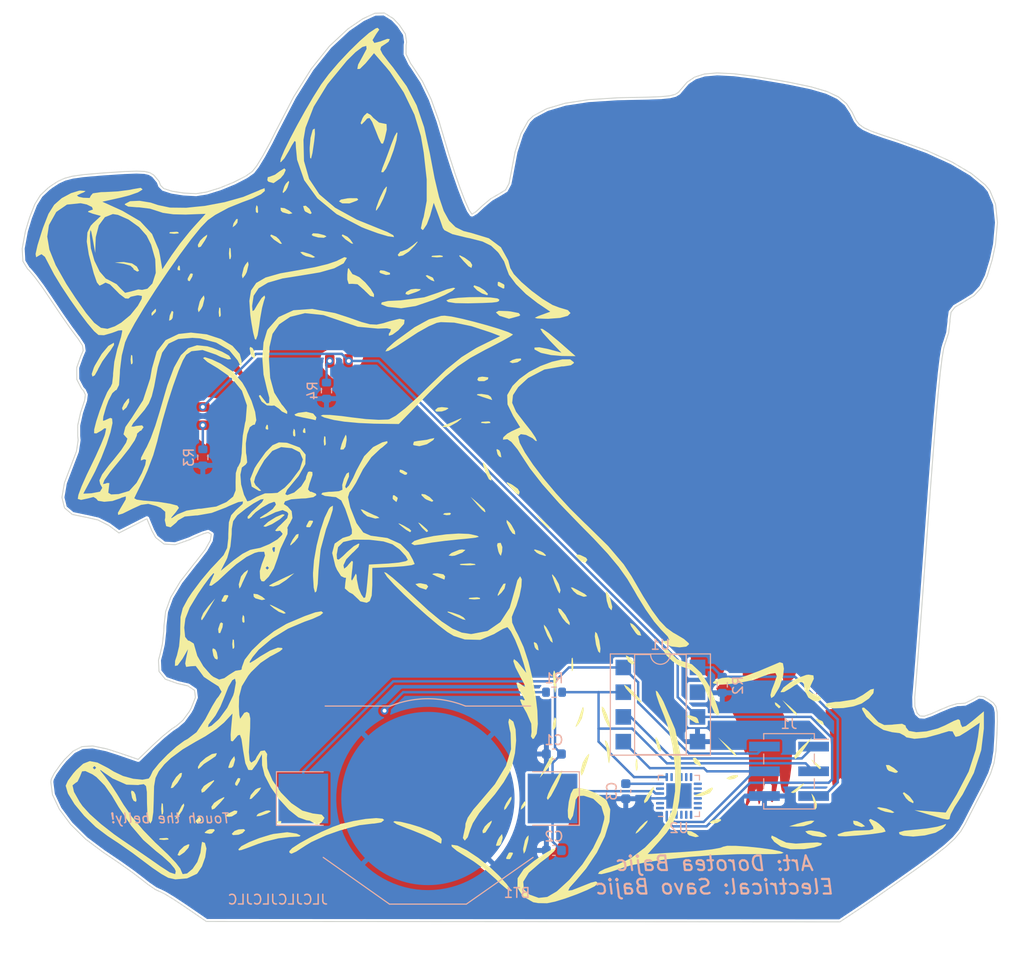
<source format=kicad_pcb>
(kicad_pcb (version 20211014) (generator pcbnew)
  (title_block (date "2022-03-20") (rev "2"))
  (layers (0 "F.Cu" signal) (31 "B.Cu" signal) (34 "B.Paste" user) (35 "F.Paste" user) (36 "B.SilkS" user "B.Silkscreen") (37 "F.SilkS" user "F.Silkscreen") (38 "B.Mask" user) (39 "F.Mask" user) (44 "Edge.Cuts" user))
  (net 0 "")
  (net 1 "VCC")
  (net 2 "GND")
  (net 3 "/V_{REF}")
  (net 4 "Net-(D1-Pad1)")
  (net 5 "/LED")
  (net 6 "Net-(D2-Pad1)")
  (net 7 "/MISO")
  (net 8 "/SENSE")
  (net 9 "/MOSI")
  (net 10 "/RESET")
  (net 11 "/PAD")
  (footprint "Diode_SMD:D_0805_2012Metric" (layer "F.Cu") (at 98.298 79.3265 90)
    (fp_text reference "D1")
    (fp_text value "RED")
  )
  (footprint "raccoon-art:outline" (layer "F.Cu") (at 129.794 81.534)
    (fp_text reference "G***" hide)
    (fp_text value "LOGO" hide)
    (fp_poly (pts (xy -11.928932 -43.048743) (xy -11.306227 -42.383493) (xy -10.693586 -41.465687) (xy -10.570003 -40.632504) (xy -10.620479 -40.324536) (xy -10.626537 -39.398593) (xy -10.15035 -38.431164) (xy -9.981605 -38.197103) (xy -8.939117 -36.605582) (xy -8.052938 -34.771667) (xy -7.244273 -32.517844) (xy -6.806653 -31.04438) (xy -6.242215 -29.132137) (xy -5.650789 -27.290939) (xy -5.075091 -25.637435) (xy -4.55784 -24.288276) (xy -4.141753 -23.360109) (xy -3.869547 -22.969586) (xy -3.847736 -22.964383) (xy -3.463275 -23.193731) (xy -2.861956 -23.751357) (xy -2.809844 -23.80627) (xy -1.92684 -24.546972) (xy -1.053473 -25.048063) (xy -0.407665 -25.443992) (xy -0.052273 -26.0963) (xy 0.126043 -27.009677) (xy 0.56896 -29.357361) (xy 1.175712 -31.231084) (xy 1.914695 -32.54759) (xy 2.415392 -33.040393) (xy 3.830996 -33.795526) (xy 5.707391 -34.350566) (xy 8.109457 -34.718003) (xy 11.102076 -34.910328) (xy 12.273375 -34.938166) (xy 14.195927 -34.974266) (xy 15.543494 -35.026503) (xy 16.436975 -35.113864) (xy 16.99727 -35.255335) (xy 17.345279 -35.469903) (xy 17.600661 -35.774782) (xy 18.236003 -36.513746) (xy 19.011035 -37.038489) (xy 20.010984 -37.354543) (xy 21.321076 -37.467443) (xy 23.026536 -37.382719) (xy 25.212593 -37.105907) (xy 27.964471 -36.642539) (xy 28.748888 -36.498559) (xy 30.971943 -36.034951) (xy 32.613805 -35.553817) (xy 33.788015 -34.997546) (xy 34.608114 -34.308528) (xy 35.187645 -33.429152) (xy 35.309627 -33.169693) (xy 35.584276 -32.605242) (xy 35.909679 -32.179116) (xy 36.410946 -31.820642) (xy 37.213187 -31.459145) (xy 38.441513 -31.023952) (xy 40.018724 -30.509564) (xy 42.929984 -29.45647) (xy 45.424432 -28.31986) (xy 47.423315 -27.143028) (xy 48.847882 -25.969269) (xy 49.321233 -25.395543) (xy 49.911889 -23.97739) (xy 50.107822 -22.089682) (xy 49.905422 -19.838449) (xy 49.564494 -18.25324) (xy 49.052706 -16.576869) (xy 48.473679 -15.415158) (xy 47.705828 -14.589001) (xy 46.627563 -13.919294) (xy 46.619569 -13.915212) (xy 45.744509 -13.401099) (xy 45.341292 -12.882009) (xy 45.232681 -12.102051) (xy 45.230733 -11.910052) (xy 45.089922 -10.746131) (xy 44.751653 -9.699362) (xy 44.729001 -9.654616) (xy 44.583332 -9.155896) (xy 44.419767 -8.167346) (xy 44.235382 -6.658481) (xy 44.027254 -4.598817) (xy 43.792458 -1.957869) (xy 43.528071 1.294847) (xy 43.231168 5.189815) (xy 42.993491 8.438535) (xy 42.745389 11.859064) (xy 42.5079 15.096436) (xy 42.286487 18.078741) (xy 42.086612 20.734065) (xy 41.913738 22.990498) (xy 41.773327 24.776127) (xy 41.670841 26.019042) (xy 41.611742 26.64733) (xy 41.608258 26.674853) (xy 41.624325 27.623603) (xy 41.867145 28.324202) (xy 42.163144 28.602326) (xy 42.58315 28.62914) (xy 43.307881 28.379342) (xy 44.135848 28.006549) (xy 45.181522 27.571548) (xy 45.980612 27.333719) (xy 46.300678 27.32851) (xy 46.777277 27.290955) (xy 47.484693 26.940197) (xy 48.160737 26.570816) (xy 48.689671 26.617314) (xy 49.267748 26.955708) (xy 49.70084 27.274574) (xy 49.959821 27.643266) (xy 50.080104 28.225578) (xy 50.097107 29.185301) (xy 50.050625 30.576406) (xy 49.949304 32.214788) (xy 49.753928 33.440196) (xy 49.395968 34.535078) (xy 48.806896 35.781883) (xy 48.770497 35.852599) (xy 48.040178 37.270825) (xy 47.299682 38.713355) (xy 46.783901 39.721829) (xy 46.329557 40.478139) (xy 45.708305 41.218952) (xy 44.814071 42.042289) (xy 43.540784 43.046169) (xy 41.8545 44.277071) (xy 40.192532 45.458805) (xy 38.548585 46.616125) (xy 37.093773 47.629303) (xy 35.999208 48.378609) (xy 35.843001 48.483324) (xy 33.933947 49.756164) (xy 1.396425 49.735904) (xy -31.141096 49.715644) (xy -33.397951 48.170151) (xy -34.502399 47.439758) (xy -35.397442 46.895557) (xy -35.921662 46.634477) (xy -35.971705 46.624658) (xy -36.400338 46.419898) (xy -37.156273 45.89495) (xy -37.716219 45.45552) (xy -38.707999 44.69674) (xy -40.033181 43.752858) (xy -41.434276 42.806347) (xy -41.683125 42.644306) (xy -43.536619 41.257622) (xy -45.079286 39.73331) (xy -46.237289 38.175441) (xy -46.936795 36.688084) (xy -47.103969 35.37531) (xy -47.051627 35.077394) (xy -46.749106 34.48823) (xy -46.138694 33.625479) (xy -45.692831 33.076709) (xy -44.809268 32.209248) (xy -43.899589 31.751857) (xy -42.803556 31.683852) (xy -41.360929 31.984551) (xy -40.172431 32.364148) (xy -38.13455 33.065281) (xy -36.551522 31.534505) (xy -35.581279 30.652049) (xy -34.689603 29.934303) (xy -34.186753 29.603929) (xy -33.545906 29.050418) (xy -32.8816 28.145256) (xy -32.687387 27.797468) (xy -32.255485 26.697893) (xy -32.347314 25.972873) (xy -33.021549 25.518291) (xy -34.115265 25.263726) (xy -35.350726 24.828836) (xy -35.998619 24.022681) (xy -36.049802 22.860888) (xy -35.881849 22.243694) (xy -35.645002 21.205501) (xy -35.503457 19.894195) (xy -35.48622 19.346024) (xy -35.319915 17.880633) (xy -34.785538 16.406822) (xy -33.819244 14.796293) (xy -32.357185 12.92075) (xy -32.191752 12.725965) (xy -31.253894 11.509324) (xy -30.721748 10.556007) (xy -30.626781 9.942102) (xy -30.957815 9.742466) (xy -31.448492 9.884485) (xy -32.313209 10.245382) (xy -32.828609 10.486845) (xy -34.327342 11.009957) (xy -35.486477 10.939542) (xy -36.344252 10.266459) (xy -36.737432 9.552244) (xy -37.242706 8.342954) (xy -38.674911 9.073611) (xy -40.107116 9.804267) (xy -41.156474 9.028443) (xy -42.272793 8.464439) (xy -43.527728 8.178382) (xy -43.572091 8.17553) (xy -44.902206 7.89804) (xy -45.697351 7.231689) (xy -45.963726 6.154881) (xy -45.707531 4.646017) (xy -45.066602 2.969969) (xy -44.474971 1.416581) (xy -44.297803 0.259091) (xy -44.34133 -0.152542) (xy -44.344429 -1.24878) (xy -44.044792 -2.594183) (xy -43.964839 -2.829276) (xy -43.633838 -3.822965) (xy -43.559558 -4.403112) (xy -43.741272 -4.80269) (xy -43.95794 -5.037783) (xy -44.439194 -5.9718) (xy -44.448448 -7.184662) (xy -44.035553 -8.342045) (xy -43.781525 -8.935907) (xy -43.853794 -9.456079) (xy -44.312545 -10.162434) (xy -44.519033 -10.429717) (xy -45.162813 -11.302119) (xy -46.022098 -12.532857) (xy -46.938263 -13.893502) (xy -47.182794 -14.265753) (xy -48.018712 -15.49436) (xy -48.783941 -16.528032) (xy -49.353608 -17.201299) (xy -49.495205 -17.330004) (xy -49.973021 -18.114688) (xy -50.043927 -19.42618) (xy -49.709367 -21.227807) (xy -49.287729 -22.607703) (xy -48.752078 -23.974312) (xy -48.175452 -24.903606) (xy -47.389959 -25.642491) (xy -47.059777 -25.884173) (xy -46.380846 -26.325466) (xy -45.715318 -26.63527) (xy -44.90246 -26.851088) (xy -43.781537 -27.010418) (xy -42.191815 -27.150764) (xy -41.372081 -27.211176) (xy -39.558524 -27.330651) (xy -38.305132 -27.377274) (xy -37.479227 -27.343275) (xy -36.948133 -27.220887) (xy -36.579175 -27.002341) (xy -36.489545 -26.925299) (xy -35.988341 -26.318207) (xy -35.838356 -25.913517) (xy -35.518738 -25.592385) (xy -34.673152 -25.316164) (xy -33.471504 -25.124663) (xy -32.184931 -25.057495) (xy -31.129742 -25.222667) (xy -29.747656 -25.652009) (xy -28.302054 -26.241134) (xy -27.056319 -26.885657) (xy -26.405622 -27.348013) (xy -25.957431 -27.927541) (xy -25.316327 -28.978293) (xy -24.576716 -30.337687) (xy -24.001123 -31.489041) (xy -22.166817 -35.013706) (xy -20.348746 -37.901843) (xy -18.503011 -40.210212) (xy -16.585717 -41.995572) (xy -15.082805 -43.020577) (xy -13.834828 -43.598791) (xy -12.848576 -43.619151)) (layer "Edge.Cuts") (width 0.1) (fill none))
  )
  (footprint "raccoon-art:copper" (layer "F.Cu") (at 129.794 81.534)
    (fp_text reference "G***" hide)
    (fp_text value "LOGO" hide)
  )
  (footprint "Diode_SMD:D_0805_2012Metric" (layer "F.Cu") (at 112.268 73.66)
    (fp_text reference "D2")
    (fp_text value "RED")
  )
  (footprint "raccoon-art:copper openings" (layer "F.Cu") (at 129.794 81.534)
    (fp_text reference "G***" hide)
    (fp_text value "LOGO" hide)
  )
  (footprint "raccoon-art:silkscreen" (layer "F.Cu") (at 129.794 81.534)
    (fp_text reference "G***" hide)
    (fp_text value "LOGO" hide)
  )
  (footprint "raccoon-art:tummy" (layer "F.Cu") (at 129.794 81.534)
    (fp_text reference "TP1")
    (fp_text value "TUMMY" hide)
  )
  (footprint "Package_DFN_QFN:QFN-24-1EP_4x4mm_P0.5mm_EP2.6x2.6mm" (layer "B.Cu") (at 147.189906 118.353512)
    (fp_text reference "U2")
    (fp_text value "ATtiny1617-M")
  )
  (footprint "Package_DIP:DIP-8_W7.62mm_SMDSocket_SmallPads" (layer "B.Cu") (at 145.288 108.966 180)
    (fp_text reference "U1")
    (fp_text value "ATtiny85-20P")
  )
  (footprint "Resistor_SMD:R_0603_1608Metric" (layer "B.Cu") (at 151.638 106.934 -90)
    (fp_text reference "R2")
    (fp_text value "10k")
  )
  (footprint "Connector_PinHeader_2.54mm:PinHeader_2x03_P2.54mm_Vertical_SMD" (layer "B.Cu") (at 158.496 115.824 180)
    (fp_text reference "J1")
    (fp_text value "AVR-ISP-6")
  )
  (footprint "Resistor_SMD:R_0603_1608Metric" (layer "B.Cu") (at 98.298 83.566 -90)
    (fp_text reference "R3")
    (fp_text value "330")
  )
  (footprint "Capacitor_SMD:C_0603_1608Metric" (layer "B.Cu") (at 134.353 123.952 180)
    (fp_text reference "C2")
    (fp_text value "100n")
  )
  (footprint "Capacitor_SMD:C_0603_1608Metric" (layer "B.Cu") (at 141.732 117.869 -90)
    (fp_text reference "C3")
    (fp_text value "100n")
  )
  (footprint "Resistor_SMD:R_0603_1608Metric" (layer "B.Cu") (at 110.998 76.708 -90)
    (fp_text reference "R4")
    (fp_text value "330")
  )
  (footprint "Resistor_SMD:R_0603_1608Metric" (layer "B.Cu") (at 134.366 107.696 180)
    (fp_text reference "R1")
    (fp_text value "10k")
  )
  (footprint "Capacitor_SMD:C_0603_1608Metric" (layer "B.Cu") (at 134.353 114.046 180)
    (fp_text reference "C1")
    (fp_text value "1u")
  )
  (footprint "Battery:BatteryHolder_Keystone_3002_1x2032" (layer "B.Cu") (at 121.412 118.618 180)
    (fp_text reference "BT1")
    (fp_text value "CR2032")
  )
  (gr_text "Touch the belly!" (at 94.996 120.65) (layer "B.SilkS") (effects (font (size 1 1) (thickness 0.15) italic) (justify mirror)))
  (gr_text "Art: Dorotea Bajic\nElectrical: Savo Bajic" (at 150.876 126.492) (layer "B.SilkS") (effects (font (size 1.5 1.5) (thickness 0.225) italic) (justify mirror)))
  (gr_text "JLCJLCJLCJLC" (at 106 129) (layer "B.SilkS") (effects (font (size 1 1)) (justify mirror)))
  (segment (start 117.85048 106.57952) (end 134.46648 106.57952) (width 0.25) (layer "B.Cu") (net 1))
  (segment (start 143 106.678) (end 141.478 105.156) (width 0.25) (layer "B.Cu") (net 1))
  (segment (start 134.46648 113.38448) (end 134.46648 106.57952) (width 0.25) (layer "B.Cu") (net 1))
  (segment (start 134.212 118.618) (end 134.96148 117.86852) (width 0.25) (layer "B.Cu") (net 1))
  (segment (start 135.128 114.046) (end 134.46648 113.38448) (width 0.25) (layer "B.Cu") (net 1))
  (segment (start 135.89 105.156) (end 141.478 105.156) (width 0.25) (layer "B.Cu") (net 1))
  (segment (start 134.212 114.962) (end 134.212 118.618) (width 0.25) (layer "B.Cu") (net 1))
  (segment (start 144.557586 117.86852) (end 144.792578 118.103512) (width 0.25) (layer "B.Cu") (net 1))
  (segment (start 155.255 114) (end 148.25 114) (width 0.25) (layer "B.Cu") (net 1))
  (segment (start 143 108.75) (end 143 106.678) (width 0.25) (layer "B.Cu") (net 1))
  (segment (start 108.612 118.618) (end 108.612 115.818) (width 0.25) (layer "B.Cu") (net 1))
  (segment (start 148.25 114) (end 143 108.75) (width 0.25) (layer "B.Cu") (net 1))
  (segment (start 108.612 115.818) (end 117.85048 106.57952) (width 0.25) (layer "B.Cu") (net 1))
  (segment (start 134.96148 117.86852) (end 144.557586 117.86852) (width 0.25) (layer "B.Cu") (net 1))
  (segment (start 144.792578 118.103512) (end 145.252406 118.103512) (width 0.25) (layer "B.Cu") (net 1))
  (segment (start 135.128 114.046) (end 134.212 114.962) (width 0.25) (layer "B.Cu") (net 1))
  (segment (start 155.971 113.284) (end 155.255 114) (width 0.25) (layer "B.Cu") (net 1))
  (segment (start 134.46648 106.57952) (end 135.89 105.156) (width 0.25) (layer "B.Cu") (net 1))
  (segment (start 135.128 123.952) (end 134.212 123.036) (width 0.25) (layer "B.Cu") (net 1))
  (segment (start 134.212 123.036) (end 134.212 118.618) (width 0.25) (layer "B.Cu") (net 1))
  (segment (start 141.741512 117.103512) (end 141.732 117.094) (width 0.25) (layer "B.Cu") (net 3))
  (segment (start 145.252406 117.103512) (end 141.741512 117.103512) (width 0.25) (layer "B.Cu") (net 3))
  (via (at 98.298 80.264) (size 0.8) (drill 0.4) (layers "F.Cu" "B.Cu") (net 4))
  (segment (start 98.298 82.741) (end 98.298 80.264) (width 0.25) (layer "B.Cu") (net 4))
  (segment (start 113.2055 73.66) (end 113.284 73.66) (width 0.25) (layer "F.Cu") (net 5))
  (via (at 113.284 73.66) (size 0.8) (drill 0.4) (layers "F.Cu" "B.Cu") (net 5))
  (via (at 98.298 78.389) (size 0.8) (drill 0.4) (layers "F.Cu" "B.Cu") (net 5))
  (segment (start 113.284 73.66) (end 112.559489 72.935489) (width 0.25) (layer "B.Cu") (net 5))
  (segment (start 154.5 117) (end 162.569022 117) (width 0.25) (layer "B.Cu") (net 5))
  (segment (start 160.736 110.236) (end 149.098 110.236) (width 0.25) (layer "B.Cu") (net 5))
  (segment (start 116.332 73.66) (end 147.066 104.394) (width 0.25) (layer "B.Cu") (net 5))
  (segment (start 103.751511 72.935489) (end 98.298 78.389) (width 0.25) (layer "B.Cu") (net 5))
  (segment (start 146.5309 121.477552) (end 150.022448 121.477552) (width 0.25) (layer "B.Cu") (net 5))
  (segment (start 112.559489 72.935489) (end 103.751511 72.935489) (width 0.25) (layer "B.Cu") (net 5))
  (segment (start 147.066 108.204) (end 149.098 110.236) (width 0.25) (layer "B.Cu") (net 5))
  (segment (start 162.920511 112.420511) (end 160.736 110.236) (width 0.25) (layer "B.Cu") (net 5))
  (segment (start 150.022448 121.477552) (end 154.5 117) (width 0.25) (layer "B.Cu") (net 5))
  (segment (start 162.920511 116.648511) (end 162.920511 112.420511) (width 0.25) (layer "B.Cu") (net 5))
  (segment (start 162.569022 117) (end 162.920511 116.648511) (width 0.25) (layer "B.Cu") (net 5))
  (segment (start 147.066 104.394) (end 147.066 108.204) (width 0.25) (layer "B.Cu") (net 5))
  (segment (start 145.939906 120.886558) (end 146.5309 121.477552) (width 0.25) (layer "B.Cu") (net 5))
  (segment (start 145.939906 120.291012) (end 145.939906 120.886558) (width 0.25) (layer "B.Cu") (net 5))
  (segment (start 113.284 73.66) (end 116.332 73.66) (width 0.25) (layer "B.Cu") (net 5))
  (via (at 111.3305 73.66) (size 0.8) (drill 0.4) (layers "F.Cu" "B.Cu") (net 6))
  (segment (start 110.998 75.883) (end 110.998 73.9925) (width 0.25) (layer "B.Cu") (net 6))
  (segment (start 110.998 73.9925) (end 111.3305 73.66) (width 0.25) (layer "B.Cu") (net 6))
  (segment (start 146.5 114.5) (end 159.805 114.5) (width 0.25) (layer "B.Cu") (net 7))
  (segment (start 159.805 114.5) (end 161.021 113.284) (width 0.25) (layer "B.Cu") (net 7))
  (segment (start 141.478 110.236) (end 142.236 110.236) (width 0.25) (layer "B.Cu") (net 7))
  (segment (start 142.236 110.236) (end 146.5 114.5) (width 0.25) (layer "B.Cu") (net 7))
  (segment (start 142.389022 111.438) (end 145.950511 114.999489) (width 0.25) (layer "B.Cu") (net 8))
  (segment (start 135.191 107.696) (end 138.938 107.696) (width 0.25) (layer "B.Cu") (net 8))
  (segment (start 142.578012 116.416012) (end 138.938 112.776) (width 0.25) (layer "B.Cu") (net 8))
  (segment (start 138.938 111.438) (end 138.938 107.696) (width 0.25) (layer "B.Cu") (net 8))
  (segment (start 138.938 107.696) (end 141.478 107.696) (width 0.25) (layer "B.Cu") (net 8))
  (segment (start 145.939906 116.416012) (end 142.578012 116.416012) (width 0.25) (layer "B.Cu") (net 8))
  (segment (start 138.938 111.438) (end 142.389022 111.438) (width 0.25) (layer "B.Cu") (net 8))
  (segment (start 160.196489 114.999489) (end 161.021 115.824) (width 0.25) (layer "B.Cu") (net 8))
  (segment (start 145.950511 114.999489) (end 160.196489 114.999489) (width 0.25) (layer "B.Cu") (net 8))
  (segment (start 138.938 112.776) (end 138.938 111.438) (width 0.25) (layer "B.Cu") (net 8))
  (segment (start 141.478 112.776) (end 144.202 115.5) (width 0.25) (layer "B.Cu") (net 9))
  (segment (start 146.439906 120.75084) (end 146.439906 120.291012) (width 0.25) (layer "B.Cu") (net 9))
  (segment (start 144.202 115.5) (end 149.75 115.5) (width 0.25) (layer "B.Cu") (net 9))
  (segment (start 149.721968 121.028032) (end 146.717098 121.028032) (width 0.25) (layer "B.Cu") (net 9))
  (segment (start 155.971 115.824) (end 154.926 115.824) (width 0.25) (layer "B.Cu") (net 9))
  (segment (start 150.074 115.824) (end 155.971 115.824) (width 0.25) (layer "B.Cu") (net 9))
  (segment (start 149.75 115.5) (end 150.074 115.824) (width 0.25) (layer "B.Cu") (net 9))
  (segment (start 146.717098 121.028032) (end 146.439906 120.75084) (width 0.25) (layer "B.Cu") (net 9))
  (segment (start 154.926 115.824) (end 149.721968 121.028032) (width 0.25) (layer "B.Cu") (net 9))
  (segment (start 150.685 105.156) (end 151.638 106.109) (width 0.25) (layer "B.Cu") (net 10))
  (segment (start 162.096 118.364) (end 163.5 116.96) (width 0.25) (layer "B.Cu") (net 10))
  (segment (start 163.5 116.96) (end 163.5 110.5) (width 0.25) (layer "B.Cu") (net 10))
  (segment (start 159.109 106.109) (end 151.638 106.109) (width 0.25) (layer "B.Cu") (net 10))
  (segment (start 161.021 118.364) (end 162.096 118.364) (width 0.25) (layer "B.Cu") (net 10))
  (segment (start 149.098 105.156) (end 150.685 105.156) (width 0.25) (layer "B.Cu") (net 10))
  (segment (start 163.5 110.5) (end 159.109 106.109) (width 0.25) (layer "B.Cu") (net 10))
  (via (at 116.958157 109.598315) (size 0.8) (drill 0.4) (layers "F.Cu" "B.Cu") (net 11))
  (segment (start 117.094 109.474) (end 118.872 107.696) (width 0.25) (layer "B.Cu") (net 11))
  (segment (start 117.094 109.474) (end 117.082472 109.474) (width 0.25) (layer "B.Cu") (net 11))
  (segment (start 117.082472 109.474) (end 116.958157 109.598315) (width 0.25) (layer "B.Cu") (net 11))
  (segment (start 118.872 107.696) (end 133.541 107.696) (width 0.25) (layer "B.Cu") (net 11))
  (zone (net 2) (net_name "GND") (layer "B.Cu") (connect_pads (clearance 0.254)) (min_thickness 0.127) (fill yes (thermal_gap 0.508) (thermal_bridge_width 0.508))
    (polygon (pts (xy 120.396 38.354) (xy 120.904 42.164) (xy 125.984 55.626) (xy 128.524 53.594) (xy 131.572 46.736) (xy 144.526 44.704) (xy 149.098 42.418) (xy 163.322 44.196) (xy 169.164 49.276) (xy 181.61 55.626) (xy 180.594 66.04) (xy 176.53 69.596) (xy 173.482 107.442) (xy 180.848 106.426) (xy 182.626 114.046) (xy 177.038 124.968) (xy 164.084 132.588) (xy 98.298 132.334) (xy 83.312 121.666) (xy 81.28 120.142) (xy 81.026 117.094) (xy 82.296 113.538) (xy 86.106 111.76) (xy 91.948 112.268) (xy 94.234 108.458) (xy 92.456 106.172) (xy 92.456 101.854) (xy 93.726 96.52) (xy 94.742 93.726) (xy 92.202 92.964) (xy 89.154 92.202) (xy 84.328 91.948) (xy 82.042 90.678) (xy 81.788 85.598) (xy 83.312 79.248) (xy 83.566 72.898) (xy 77.47 64.262) (xy 78.486 57.404) (xy 82.804 53.34) (xy 93.472 52.324) (xy 95.758 54.864) (xy 99.314 54.356) (xy 103.378 51.308) (xy 111.252 38.1) (xy 116.586 36.576)))
  )
)
</source>
